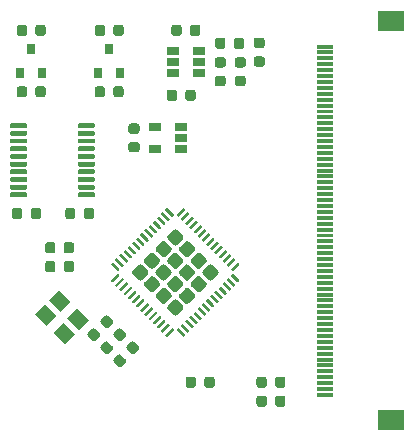
<source format=gbr>
%TF.GenerationSoftware,KiCad,Pcbnew,(5.1.6-0-10_14)*%
%TF.CreationDate,2020-07-19T12:14:56+02:00*%
%TF.ProjectId,driver-board,64726976-6572-42d6-926f-6172642e6b69,rev?*%
%TF.SameCoordinates,Original*%
%TF.FileFunction,Paste,Top*%
%TF.FilePolarity,Positive*%
%FSLAX46Y46*%
G04 Gerber Fmt 4.6, Leading zero omitted, Abs format (unit mm)*
G04 Created by KiCad (PCBNEW (5.1.6-0-10_14)) date 2020-07-19 12:14:56*
%MOMM*%
%LPD*%
G01*
G04 APERTURE LIST*
%ADD10C,0.010000*%
%ADD11R,0.800000X0.900000*%
%ADD12R,1.060000X0.650000*%
%ADD13C,0.100000*%
%ADD14R,2.200000X1.800000*%
G04 APERTURE END LIST*
D10*
%TO.C,U7*%
G36*
X145000000Y-51750000D02*
G01*
X145000000Y-51500000D01*
X146300000Y-51500000D01*
X146300000Y-51750000D01*
X145000000Y-51750000D01*
G37*
X145000000Y-51750000D02*
X145000000Y-51500000D01*
X146300000Y-51500000D01*
X146300000Y-51750000D01*
X145000000Y-51750000D01*
G36*
X145000000Y-52250000D02*
G01*
X145000000Y-52000000D01*
X146300000Y-52000000D01*
X146300000Y-52250000D01*
X145000000Y-52250000D01*
G37*
X145000000Y-52250000D02*
X145000000Y-52000000D01*
X146300000Y-52000000D01*
X146300000Y-52250000D01*
X145000000Y-52250000D01*
G36*
X145000000Y-52750000D02*
G01*
X145000000Y-52500000D01*
X146300000Y-52500000D01*
X146300000Y-52750000D01*
X145000000Y-52750000D01*
G37*
X145000000Y-52750000D02*
X145000000Y-52500000D01*
X146300000Y-52500000D01*
X146300000Y-52750000D01*
X145000000Y-52750000D01*
G36*
X145000000Y-53250000D02*
G01*
X145000000Y-53000000D01*
X146300000Y-53000000D01*
X146300000Y-53250000D01*
X145000000Y-53250000D01*
G37*
X145000000Y-53250000D02*
X145000000Y-53000000D01*
X146300000Y-53000000D01*
X146300000Y-53250000D01*
X145000000Y-53250000D01*
G36*
X145000000Y-53750000D02*
G01*
X145000000Y-53500000D01*
X146300000Y-53500000D01*
X146300000Y-53750000D01*
X145000000Y-53750000D01*
G37*
X145000000Y-53750000D02*
X145000000Y-53500000D01*
X146300000Y-53500000D01*
X146300000Y-53750000D01*
X145000000Y-53750000D01*
G36*
X145000000Y-54250000D02*
G01*
X145000000Y-54000000D01*
X146300000Y-54000000D01*
X146300000Y-54250000D01*
X145000000Y-54250000D01*
G37*
X145000000Y-54250000D02*
X145000000Y-54000000D01*
X146300000Y-54000000D01*
X146300000Y-54250000D01*
X145000000Y-54250000D01*
G36*
X145000000Y-54750000D02*
G01*
X145000000Y-54500000D01*
X146300000Y-54500000D01*
X146300000Y-54750000D01*
X145000000Y-54750000D01*
G37*
X145000000Y-54750000D02*
X145000000Y-54500000D01*
X146300000Y-54500000D01*
X146300000Y-54750000D01*
X145000000Y-54750000D01*
G36*
X145000000Y-55250000D02*
G01*
X145000000Y-55000000D01*
X146300000Y-55000000D01*
X146300000Y-55250000D01*
X145000000Y-55250000D01*
G37*
X145000000Y-55250000D02*
X145000000Y-55000000D01*
X146300000Y-55000000D01*
X146300000Y-55250000D01*
X145000000Y-55250000D01*
G36*
X145000000Y-55750000D02*
G01*
X145000000Y-55500000D01*
X146300000Y-55500000D01*
X146300000Y-55750000D01*
X145000000Y-55750000D01*
G37*
X145000000Y-55750000D02*
X145000000Y-55500000D01*
X146300000Y-55500000D01*
X146300000Y-55750000D01*
X145000000Y-55750000D01*
G36*
X145000000Y-56250000D02*
G01*
X145000000Y-56000000D01*
X146300000Y-56000000D01*
X146300000Y-56250000D01*
X145000000Y-56250000D01*
G37*
X145000000Y-56250000D02*
X145000000Y-56000000D01*
X146300000Y-56000000D01*
X146300000Y-56250000D01*
X145000000Y-56250000D01*
G36*
X145000000Y-56750000D02*
G01*
X145000000Y-56500000D01*
X146300000Y-56500000D01*
X146300000Y-56750000D01*
X145000000Y-56750000D01*
G37*
X145000000Y-56750000D02*
X145000000Y-56500000D01*
X146300000Y-56500000D01*
X146300000Y-56750000D01*
X145000000Y-56750000D01*
G36*
X145000000Y-57250000D02*
G01*
X145000000Y-57000000D01*
X146300000Y-57000000D01*
X146300000Y-57250000D01*
X145000000Y-57250000D01*
G37*
X145000000Y-57250000D02*
X145000000Y-57000000D01*
X146300000Y-57000000D01*
X146300000Y-57250000D01*
X145000000Y-57250000D01*
G36*
X145000000Y-57750000D02*
G01*
X145000000Y-57500000D01*
X146300000Y-57500000D01*
X146300000Y-57750000D01*
X145000000Y-57750000D01*
G37*
X145000000Y-57750000D02*
X145000000Y-57500000D01*
X146300000Y-57500000D01*
X146300000Y-57750000D01*
X145000000Y-57750000D01*
G36*
X145000000Y-58250000D02*
G01*
X145000000Y-58000000D01*
X146300000Y-58000000D01*
X146300000Y-58250000D01*
X145000000Y-58250000D01*
G37*
X145000000Y-58250000D02*
X145000000Y-58000000D01*
X146300000Y-58000000D01*
X146300000Y-58250000D01*
X145000000Y-58250000D01*
G36*
X145000000Y-58750000D02*
G01*
X145000000Y-58500000D01*
X146300000Y-58500000D01*
X146300000Y-58750000D01*
X145000000Y-58750000D01*
G37*
X145000000Y-58750000D02*
X145000000Y-58500000D01*
X146300000Y-58500000D01*
X146300000Y-58750000D01*
X145000000Y-58750000D01*
G36*
X145000000Y-59250000D02*
G01*
X145000000Y-59000000D01*
X146300000Y-59000000D01*
X146300000Y-59250000D01*
X145000000Y-59250000D01*
G37*
X145000000Y-59250000D02*
X145000000Y-59000000D01*
X146300000Y-59000000D01*
X146300000Y-59250000D01*
X145000000Y-59250000D01*
G36*
X145000000Y-59750000D02*
G01*
X145000000Y-59500000D01*
X146300000Y-59500000D01*
X146300000Y-59750000D01*
X145000000Y-59750000D01*
G37*
X145000000Y-59750000D02*
X145000000Y-59500000D01*
X146300000Y-59500000D01*
X146300000Y-59750000D01*
X145000000Y-59750000D01*
G36*
X145000000Y-60250000D02*
G01*
X145000000Y-60000000D01*
X146300000Y-60000000D01*
X146300000Y-60250000D01*
X145000000Y-60250000D01*
G37*
X145000000Y-60250000D02*
X145000000Y-60000000D01*
X146300000Y-60000000D01*
X146300000Y-60250000D01*
X145000000Y-60250000D01*
G36*
X145000000Y-60750000D02*
G01*
X145000000Y-60500000D01*
X146300000Y-60500000D01*
X146300000Y-60750000D01*
X145000000Y-60750000D01*
G37*
X145000000Y-60750000D02*
X145000000Y-60500000D01*
X146300000Y-60500000D01*
X146300000Y-60750000D01*
X145000000Y-60750000D01*
G36*
X145000000Y-61250000D02*
G01*
X145000000Y-61000000D01*
X146300000Y-61000000D01*
X146300000Y-61250000D01*
X145000000Y-61250000D01*
G37*
X145000000Y-61250000D02*
X145000000Y-61000000D01*
X146300000Y-61000000D01*
X146300000Y-61250000D01*
X145000000Y-61250000D01*
G36*
X145000000Y-61750000D02*
G01*
X145000000Y-61500000D01*
X146300000Y-61500000D01*
X146300000Y-61750000D01*
X145000000Y-61750000D01*
G37*
X145000000Y-61750000D02*
X145000000Y-61500000D01*
X146300000Y-61500000D01*
X146300000Y-61750000D01*
X145000000Y-61750000D01*
G36*
X145000000Y-62250000D02*
G01*
X145000000Y-62000000D01*
X146300000Y-62000000D01*
X146300000Y-62250000D01*
X145000000Y-62250000D01*
G37*
X145000000Y-62250000D02*
X145000000Y-62000000D01*
X146300000Y-62000000D01*
X146300000Y-62250000D01*
X145000000Y-62250000D01*
G36*
X145000000Y-62750000D02*
G01*
X145000000Y-62500000D01*
X146300000Y-62500000D01*
X146300000Y-62750000D01*
X145000000Y-62750000D01*
G37*
X145000000Y-62750000D02*
X145000000Y-62500000D01*
X146300000Y-62500000D01*
X146300000Y-62750000D01*
X145000000Y-62750000D01*
G36*
X145000000Y-63250000D02*
G01*
X145000000Y-63000000D01*
X146300000Y-63000000D01*
X146300000Y-63250000D01*
X145000000Y-63250000D01*
G37*
X145000000Y-63250000D02*
X145000000Y-63000000D01*
X146300000Y-63000000D01*
X146300000Y-63250000D01*
X145000000Y-63250000D01*
G36*
X145000000Y-63750000D02*
G01*
X145000000Y-63500000D01*
X146300000Y-63500000D01*
X146300000Y-63750000D01*
X145000000Y-63750000D01*
G37*
X145000000Y-63750000D02*
X145000000Y-63500000D01*
X146300000Y-63500000D01*
X146300000Y-63750000D01*
X145000000Y-63750000D01*
G36*
X145000000Y-64250000D02*
G01*
X145000000Y-64000000D01*
X146300000Y-64000000D01*
X146300000Y-64250000D01*
X145000000Y-64250000D01*
G37*
X145000000Y-64250000D02*
X145000000Y-64000000D01*
X146300000Y-64000000D01*
X146300000Y-64250000D01*
X145000000Y-64250000D01*
G36*
X145000000Y-64750000D02*
G01*
X145000000Y-64500000D01*
X146300000Y-64500000D01*
X146300000Y-64750000D01*
X145000000Y-64750000D01*
G37*
X145000000Y-64750000D02*
X145000000Y-64500000D01*
X146300000Y-64500000D01*
X146300000Y-64750000D01*
X145000000Y-64750000D01*
G36*
X145000000Y-65250000D02*
G01*
X145000000Y-65000000D01*
X146300000Y-65000000D01*
X146300000Y-65250000D01*
X145000000Y-65250000D01*
G37*
X145000000Y-65250000D02*
X145000000Y-65000000D01*
X146300000Y-65000000D01*
X146300000Y-65250000D01*
X145000000Y-65250000D01*
G36*
X145000000Y-65750000D02*
G01*
X145000000Y-65500000D01*
X146300000Y-65500000D01*
X146300000Y-65750000D01*
X145000000Y-65750000D01*
G37*
X145000000Y-65750000D02*
X145000000Y-65500000D01*
X146300000Y-65500000D01*
X146300000Y-65750000D01*
X145000000Y-65750000D01*
G36*
X145000000Y-66250000D02*
G01*
X145000000Y-66000000D01*
X146300000Y-66000000D01*
X146300000Y-66250000D01*
X145000000Y-66250000D01*
G37*
X145000000Y-66250000D02*
X145000000Y-66000000D01*
X146300000Y-66000000D01*
X146300000Y-66250000D01*
X145000000Y-66250000D01*
G36*
X145000000Y-66750000D02*
G01*
X145000000Y-66500000D01*
X146300000Y-66500000D01*
X146300000Y-66750000D01*
X145000000Y-66750000D01*
G37*
X145000000Y-66750000D02*
X145000000Y-66500000D01*
X146300000Y-66500000D01*
X146300000Y-66750000D01*
X145000000Y-66750000D01*
G36*
X145000000Y-67250000D02*
G01*
X145000000Y-67000000D01*
X146300000Y-67000000D01*
X146300000Y-67250000D01*
X145000000Y-67250000D01*
G37*
X145000000Y-67250000D02*
X145000000Y-67000000D01*
X146300000Y-67000000D01*
X146300000Y-67250000D01*
X145000000Y-67250000D01*
G36*
X145000000Y-67750000D02*
G01*
X145000000Y-67500000D01*
X146300000Y-67500000D01*
X146300000Y-67750000D01*
X145000000Y-67750000D01*
G37*
X145000000Y-67750000D02*
X145000000Y-67500000D01*
X146300000Y-67500000D01*
X146300000Y-67750000D01*
X145000000Y-67750000D01*
G36*
X145000000Y-68250000D02*
G01*
X145000000Y-68000000D01*
X146300000Y-68000000D01*
X146300000Y-68250000D01*
X145000000Y-68250000D01*
G37*
X145000000Y-68250000D02*
X145000000Y-68000000D01*
X146300000Y-68000000D01*
X146300000Y-68250000D01*
X145000000Y-68250000D01*
G36*
X145000000Y-68750000D02*
G01*
X145000000Y-68500000D01*
X146300000Y-68500000D01*
X146300000Y-68750000D01*
X145000000Y-68750000D01*
G37*
X145000000Y-68750000D02*
X145000000Y-68500000D01*
X146300000Y-68500000D01*
X146300000Y-68750000D01*
X145000000Y-68750000D01*
G36*
X145000000Y-69250000D02*
G01*
X145000000Y-69000000D01*
X146300000Y-69000000D01*
X146300000Y-69250000D01*
X145000000Y-69250000D01*
G37*
X145000000Y-69250000D02*
X145000000Y-69000000D01*
X146300000Y-69000000D01*
X146300000Y-69250000D01*
X145000000Y-69250000D01*
G36*
X145000000Y-69750000D02*
G01*
X145000000Y-69500000D01*
X146300000Y-69500000D01*
X146300000Y-69750000D01*
X145000000Y-69750000D01*
G37*
X145000000Y-69750000D02*
X145000000Y-69500000D01*
X146300000Y-69500000D01*
X146300000Y-69750000D01*
X145000000Y-69750000D01*
G36*
X145000000Y-70250000D02*
G01*
X145000000Y-70000000D01*
X146300000Y-70000000D01*
X146300000Y-70250000D01*
X145000000Y-70250000D01*
G37*
X145000000Y-70250000D02*
X145000000Y-70000000D01*
X146300000Y-70000000D01*
X146300000Y-70250000D01*
X145000000Y-70250000D01*
G36*
X145000000Y-70750000D02*
G01*
X145000000Y-70500000D01*
X146300000Y-70500000D01*
X146300000Y-70750000D01*
X145000000Y-70750000D01*
G37*
X145000000Y-70750000D02*
X145000000Y-70500000D01*
X146300000Y-70500000D01*
X146300000Y-70750000D01*
X145000000Y-70750000D01*
G36*
X145000000Y-71250000D02*
G01*
X145000000Y-71000000D01*
X146300000Y-71000000D01*
X146300000Y-71250000D01*
X145000000Y-71250000D01*
G37*
X145000000Y-71250000D02*
X145000000Y-71000000D01*
X146300000Y-71000000D01*
X146300000Y-71250000D01*
X145000000Y-71250000D01*
G36*
X145000000Y-71750000D02*
G01*
X145000000Y-71500000D01*
X146300000Y-71500000D01*
X146300000Y-71750000D01*
X145000000Y-71750000D01*
G37*
X145000000Y-71750000D02*
X145000000Y-71500000D01*
X146300000Y-71500000D01*
X146300000Y-71750000D01*
X145000000Y-71750000D01*
G36*
X145000000Y-72250000D02*
G01*
X145000000Y-72000000D01*
X146300000Y-72000000D01*
X146300000Y-72250000D01*
X145000000Y-72250000D01*
G37*
X145000000Y-72250000D02*
X145000000Y-72000000D01*
X146300000Y-72000000D01*
X146300000Y-72250000D01*
X145000000Y-72250000D01*
G36*
X145000000Y-72750000D02*
G01*
X145000000Y-72500000D01*
X146300000Y-72500000D01*
X146300000Y-72750000D01*
X145000000Y-72750000D01*
G37*
X145000000Y-72750000D02*
X145000000Y-72500000D01*
X146300000Y-72500000D01*
X146300000Y-72750000D01*
X145000000Y-72750000D01*
G36*
X145000000Y-73250000D02*
G01*
X145000000Y-73000000D01*
X146300000Y-73000000D01*
X146300000Y-73250000D01*
X145000000Y-73250000D01*
G37*
X145000000Y-73250000D02*
X145000000Y-73000000D01*
X146300000Y-73000000D01*
X146300000Y-73250000D01*
X145000000Y-73250000D01*
G36*
X145000000Y-73750000D02*
G01*
X145000000Y-73500000D01*
X146300000Y-73500000D01*
X146300000Y-73750000D01*
X145000000Y-73750000D01*
G37*
X145000000Y-73750000D02*
X145000000Y-73500000D01*
X146300000Y-73500000D01*
X146300000Y-73750000D01*
X145000000Y-73750000D01*
G36*
X145000000Y-74250000D02*
G01*
X145000000Y-74000000D01*
X146300000Y-74000000D01*
X146300000Y-74250000D01*
X145000000Y-74250000D01*
G37*
X145000000Y-74250000D02*
X145000000Y-74000000D01*
X146300000Y-74000000D01*
X146300000Y-74250000D01*
X145000000Y-74250000D01*
G36*
X145000000Y-74750000D02*
G01*
X145000000Y-74500000D01*
X146300000Y-74500000D01*
X146300000Y-74750000D01*
X145000000Y-74750000D01*
G37*
X145000000Y-74750000D02*
X145000000Y-74500000D01*
X146300000Y-74500000D01*
X146300000Y-74750000D01*
X145000000Y-74750000D01*
G36*
X145000000Y-75250000D02*
G01*
X145000000Y-75000000D01*
X146300000Y-75000000D01*
X146300000Y-75250000D01*
X145000000Y-75250000D01*
G37*
X145000000Y-75250000D02*
X145000000Y-75000000D01*
X146300000Y-75000000D01*
X146300000Y-75250000D01*
X145000000Y-75250000D01*
G36*
X145000000Y-75750000D02*
G01*
X145000000Y-75500000D01*
X146300000Y-75500000D01*
X146300000Y-75750000D01*
X145000000Y-75750000D01*
G37*
X145000000Y-75750000D02*
X145000000Y-75500000D01*
X146300000Y-75500000D01*
X146300000Y-75750000D01*
X145000000Y-75750000D01*
G36*
X145000000Y-76250000D02*
G01*
X145000000Y-76000000D01*
X146300000Y-76000000D01*
X146300000Y-76250000D01*
X145000000Y-76250000D01*
G37*
X145000000Y-76250000D02*
X145000000Y-76000000D01*
X146300000Y-76000000D01*
X146300000Y-76250000D01*
X145000000Y-76250000D01*
G36*
X145000000Y-76750000D02*
G01*
X145000000Y-76500000D01*
X146300000Y-76500000D01*
X146300000Y-76750000D01*
X145000000Y-76750000D01*
G37*
X145000000Y-76750000D02*
X145000000Y-76500000D01*
X146300000Y-76500000D01*
X146300000Y-76750000D01*
X145000000Y-76750000D01*
G36*
X145000000Y-77250000D02*
G01*
X145000000Y-77000000D01*
X146300000Y-77000000D01*
X146300000Y-77250000D01*
X145000000Y-77250000D01*
G37*
X145000000Y-77250000D02*
X145000000Y-77000000D01*
X146300000Y-77000000D01*
X146300000Y-77250000D01*
X145000000Y-77250000D01*
G36*
X145000000Y-77750000D02*
G01*
X145000000Y-77500000D01*
X146300000Y-77500000D01*
X146300000Y-77750000D01*
X145000000Y-77750000D01*
G37*
X145000000Y-77750000D02*
X145000000Y-77500000D01*
X146300000Y-77500000D01*
X146300000Y-77750000D01*
X145000000Y-77750000D01*
G36*
X145000000Y-78250000D02*
G01*
X145000000Y-78000000D01*
X146300000Y-78000000D01*
X146300000Y-78250000D01*
X145000000Y-78250000D01*
G37*
X145000000Y-78250000D02*
X145000000Y-78000000D01*
X146300000Y-78000000D01*
X146300000Y-78250000D01*
X145000000Y-78250000D01*
G36*
X145000000Y-78750000D02*
G01*
X145000000Y-78500000D01*
X146300000Y-78500000D01*
X146300000Y-78750000D01*
X145000000Y-78750000D01*
G37*
X145000000Y-78750000D02*
X145000000Y-78500000D01*
X146300000Y-78500000D01*
X146300000Y-78750000D01*
X145000000Y-78750000D01*
G36*
X145000000Y-79250000D02*
G01*
X145000000Y-79000000D01*
X146300000Y-79000000D01*
X146300000Y-79250000D01*
X145000000Y-79250000D01*
G37*
X145000000Y-79250000D02*
X145000000Y-79000000D01*
X146300000Y-79000000D01*
X146300000Y-79250000D01*
X145000000Y-79250000D01*
G36*
X145000000Y-79750000D02*
G01*
X145000000Y-79500000D01*
X146300000Y-79500000D01*
X146300000Y-79750000D01*
X145000000Y-79750000D01*
G37*
X145000000Y-79750000D02*
X145000000Y-79500000D01*
X146300000Y-79500000D01*
X146300000Y-79750000D01*
X145000000Y-79750000D01*
G36*
X145000000Y-80250000D02*
G01*
X145000000Y-80000000D01*
X146300000Y-80000000D01*
X146300000Y-80250000D01*
X145000000Y-80250000D01*
G37*
X145000000Y-80250000D02*
X145000000Y-80000000D01*
X146300000Y-80000000D01*
X146300000Y-80250000D01*
X145000000Y-80250000D01*
G36*
X145000000Y-80750000D02*
G01*
X145000000Y-80500000D01*
X146300000Y-80500000D01*
X146300000Y-80750000D01*
X145000000Y-80750000D01*
G37*
X145000000Y-80750000D02*
X145000000Y-80500000D01*
X146300000Y-80500000D01*
X146300000Y-80750000D01*
X145000000Y-80750000D01*
G36*
X145000000Y-81250000D02*
G01*
X145000000Y-81000000D01*
X146300000Y-81000000D01*
X146300000Y-81250000D01*
X145000000Y-81250000D01*
G37*
X145000000Y-81250000D02*
X145000000Y-81000000D01*
X146300000Y-81000000D01*
X146300000Y-81250000D01*
X145000000Y-81250000D01*
%TD*%
%TO.C,C1*%
G36*
G01*
X123675000Y-66056250D02*
X123675000Y-65543750D01*
G75*
G02*
X123893750Y-65325000I218750J0D01*
G01*
X124331250Y-65325000D01*
G75*
G02*
X124550000Y-65543750I0J-218750D01*
G01*
X124550000Y-66056250D01*
G75*
G02*
X124331250Y-66275000I-218750J0D01*
G01*
X123893750Y-66275000D01*
G75*
G02*
X123675000Y-66056250I0J218750D01*
G01*
G37*
G36*
G01*
X125250000Y-66056250D02*
X125250000Y-65543750D01*
G75*
G02*
X125468750Y-65325000I218750J0D01*
G01*
X125906250Y-65325000D01*
G75*
G02*
X126125000Y-65543750I0J-218750D01*
G01*
X126125000Y-66056250D01*
G75*
G02*
X125906250Y-66275000I-218750J0D01*
G01*
X125468750Y-66275000D01*
G75*
G02*
X125250000Y-66056250I0J218750D01*
G01*
G37*
%TD*%
%TO.C,C2*%
G36*
G01*
X121625000Y-65543750D02*
X121625000Y-66056250D01*
G75*
G02*
X121406250Y-66275000I-218750J0D01*
G01*
X120968750Y-66275000D01*
G75*
G02*
X120750000Y-66056250I0J218750D01*
G01*
X120750000Y-65543750D01*
G75*
G02*
X120968750Y-65325000I218750J0D01*
G01*
X121406250Y-65325000D01*
G75*
G02*
X121625000Y-65543750I0J-218750D01*
G01*
G37*
G36*
G01*
X120050000Y-65543750D02*
X120050000Y-66056250D01*
G75*
G02*
X119831250Y-66275000I-218750J0D01*
G01*
X119393750Y-66275000D01*
G75*
G02*
X119175000Y-66056250I0J218750D01*
G01*
X119175000Y-65543750D01*
G75*
G02*
X119393750Y-65325000I218750J0D01*
G01*
X119831250Y-65325000D01*
G75*
G02*
X120050000Y-65543750I0J-218750D01*
G01*
G37*
%TD*%
%TO.C,C3*%
G36*
G01*
X120450000Y-50043750D02*
X120450000Y-50556250D01*
G75*
G02*
X120231250Y-50775000I-218750J0D01*
G01*
X119793750Y-50775000D01*
G75*
G02*
X119575000Y-50556250I0J218750D01*
G01*
X119575000Y-50043750D01*
G75*
G02*
X119793750Y-49825000I218750J0D01*
G01*
X120231250Y-49825000D01*
G75*
G02*
X120450000Y-50043750I0J-218750D01*
G01*
G37*
G36*
G01*
X122025000Y-50043750D02*
X122025000Y-50556250D01*
G75*
G02*
X121806250Y-50775000I-218750J0D01*
G01*
X121368750Y-50775000D01*
G75*
G02*
X121150000Y-50556250I0J218750D01*
G01*
X121150000Y-50043750D01*
G75*
G02*
X121368750Y-49825000I218750J0D01*
G01*
X121806250Y-49825000D01*
G75*
G02*
X122025000Y-50043750I0J-218750D01*
G01*
G37*
%TD*%
%TO.C,C4*%
G36*
G01*
X122025000Y-55243750D02*
X122025000Y-55756250D01*
G75*
G02*
X121806250Y-55975000I-218750J0D01*
G01*
X121368750Y-55975000D01*
G75*
G02*
X121150000Y-55756250I0J218750D01*
G01*
X121150000Y-55243750D01*
G75*
G02*
X121368750Y-55025000I218750J0D01*
G01*
X121806250Y-55025000D01*
G75*
G02*
X122025000Y-55243750I0J-218750D01*
G01*
G37*
G36*
G01*
X120450000Y-55243750D02*
X120450000Y-55756250D01*
G75*
G02*
X120231250Y-55975000I-218750J0D01*
G01*
X119793750Y-55975000D01*
G75*
G02*
X119575000Y-55756250I0J218750D01*
G01*
X119575000Y-55243750D01*
G75*
G02*
X119793750Y-55025000I218750J0D01*
G01*
X120231250Y-55025000D01*
G75*
G02*
X120450000Y-55243750I0J-218750D01*
G01*
G37*
%TD*%
%TO.C,C5*%
G36*
G01*
X127050000Y-50043750D02*
X127050000Y-50556250D01*
G75*
G02*
X126831250Y-50775000I-218750J0D01*
G01*
X126393750Y-50775000D01*
G75*
G02*
X126175000Y-50556250I0J218750D01*
G01*
X126175000Y-50043750D01*
G75*
G02*
X126393750Y-49825000I218750J0D01*
G01*
X126831250Y-49825000D01*
G75*
G02*
X127050000Y-50043750I0J-218750D01*
G01*
G37*
G36*
G01*
X128625000Y-50043750D02*
X128625000Y-50556250D01*
G75*
G02*
X128406250Y-50775000I-218750J0D01*
G01*
X127968750Y-50775000D01*
G75*
G02*
X127750000Y-50556250I0J218750D01*
G01*
X127750000Y-50043750D01*
G75*
G02*
X127968750Y-49825000I218750J0D01*
G01*
X128406250Y-49825000D01*
G75*
G02*
X128625000Y-50043750I0J-218750D01*
G01*
G37*
%TD*%
%TO.C,C6*%
G36*
G01*
X128625000Y-55243750D02*
X128625000Y-55756250D01*
G75*
G02*
X128406250Y-55975000I-218750J0D01*
G01*
X127968750Y-55975000D01*
G75*
G02*
X127750000Y-55756250I0J218750D01*
G01*
X127750000Y-55243750D01*
G75*
G02*
X127968750Y-55025000I218750J0D01*
G01*
X128406250Y-55025000D01*
G75*
G02*
X128625000Y-55243750I0J-218750D01*
G01*
G37*
G36*
G01*
X127050000Y-55243750D02*
X127050000Y-55756250D01*
G75*
G02*
X126831250Y-55975000I-218750J0D01*
G01*
X126393750Y-55975000D01*
G75*
G02*
X126175000Y-55756250I0J218750D01*
G01*
X126175000Y-55243750D01*
G75*
G02*
X126393750Y-55025000I218750J0D01*
G01*
X126831250Y-55025000D01*
G75*
G02*
X127050000Y-55243750I0J-218750D01*
G01*
G37*
%TD*%
%TO.C,C7*%
G36*
G01*
X137950000Y-51656250D02*
X137950000Y-51143750D01*
G75*
G02*
X138168750Y-50925000I218750J0D01*
G01*
X138606250Y-50925000D01*
G75*
G02*
X138825000Y-51143750I0J-218750D01*
G01*
X138825000Y-51656250D01*
G75*
G02*
X138606250Y-51875000I-218750J0D01*
G01*
X138168750Y-51875000D01*
G75*
G02*
X137950000Y-51656250I0J218750D01*
G01*
G37*
G36*
G01*
X136375000Y-51656250D02*
X136375000Y-51143750D01*
G75*
G02*
X136593750Y-50925000I218750J0D01*
G01*
X137031250Y-50925000D01*
G75*
G02*
X137250000Y-51143750I0J-218750D01*
G01*
X137250000Y-51656250D01*
G75*
G02*
X137031250Y-51875000I-218750J0D01*
G01*
X136593750Y-51875000D01*
G75*
G02*
X136375000Y-51656250I0J218750D01*
G01*
G37*
%TD*%
%TO.C,C8*%
G36*
G01*
X138243750Y-54150000D02*
X138756250Y-54150000D01*
G75*
G02*
X138975000Y-54368750I0J-218750D01*
G01*
X138975000Y-54806250D01*
G75*
G02*
X138756250Y-55025000I-218750J0D01*
G01*
X138243750Y-55025000D01*
G75*
G02*
X138025000Y-54806250I0J218750D01*
G01*
X138025000Y-54368750D01*
G75*
G02*
X138243750Y-54150000I218750J0D01*
G01*
G37*
G36*
G01*
X138243750Y-52575000D02*
X138756250Y-52575000D01*
G75*
G02*
X138975000Y-52793750I0J-218750D01*
G01*
X138975000Y-53231250D01*
G75*
G02*
X138756250Y-53450000I-218750J0D01*
G01*
X138243750Y-53450000D01*
G75*
G02*
X138025000Y-53231250I0J218750D01*
G01*
X138025000Y-52793750D01*
G75*
G02*
X138243750Y-52575000I218750J0D01*
G01*
G37*
%TD*%
%TO.C,C9*%
G36*
G01*
X129756250Y-60625000D02*
X129243750Y-60625000D01*
G75*
G02*
X129025000Y-60406250I0J218750D01*
G01*
X129025000Y-59968750D01*
G75*
G02*
X129243750Y-59750000I218750J0D01*
G01*
X129756250Y-59750000D01*
G75*
G02*
X129975000Y-59968750I0J-218750D01*
G01*
X129975000Y-60406250D01*
G75*
G02*
X129756250Y-60625000I-218750J0D01*
G01*
G37*
G36*
G01*
X129756250Y-59050000D02*
X129243750Y-59050000D01*
G75*
G02*
X129025000Y-58831250I0J218750D01*
G01*
X129025000Y-58393750D01*
G75*
G02*
X129243750Y-58175000I218750J0D01*
G01*
X129756250Y-58175000D01*
G75*
G02*
X129975000Y-58393750I0J-218750D01*
G01*
X129975000Y-58831250D01*
G75*
G02*
X129756250Y-59050000I-218750J0D01*
G01*
G37*
%TD*%
%TO.C,C10*%
G36*
G01*
X122850000Y-70043750D02*
X122850000Y-70556250D01*
G75*
G02*
X122631250Y-70775000I-218750J0D01*
G01*
X122193750Y-70775000D01*
G75*
G02*
X121975000Y-70556250I0J218750D01*
G01*
X121975000Y-70043750D01*
G75*
G02*
X122193750Y-69825000I218750J0D01*
G01*
X122631250Y-69825000D01*
G75*
G02*
X122850000Y-70043750I0J-218750D01*
G01*
G37*
G36*
G01*
X124425000Y-70043750D02*
X124425000Y-70556250D01*
G75*
G02*
X124206250Y-70775000I-218750J0D01*
G01*
X123768750Y-70775000D01*
G75*
G02*
X123550000Y-70556250I0J218750D01*
G01*
X123550000Y-70043750D01*
G75*
G02*
X123768750Y-69825000I218750J0D01*
G01*
X124206250Y-69825000D01*
G75*
G02*
X124425000Y-70043750I0J-218750D01*
G01*
G37*
%TD*%
%TO.C,C11*%
G36*
G01*
X127335010Y-74477598D02*
X127697403Y-74839990D01*
G75*
G02*
X127697403Y-75149350I-154680J-154680D01*
G01*
X127388044Y-75458709D01*
G75*
G02*
X127078684Y-75458709I-154680J154680D01*
G01*
X126716291Y-75096316D01*
G75*
G02*
X126716291Y-74786956I154680J154680D01*
G01*
X127025650Y-74477597D01*
G75*
G02*
X127335010Y-74477597I154680J-154680D01*
G01*
G37*
G36*
G01*
X126221316Y-75591292D02*
X126583709Y-75953684D01*
G75*
G02*
X126583709Y-76263044I-154680J-154680D01*
G01*
X126274350Y-76572403D01*
G75*
G02*
X125964990Y-76572403I-154680J154680D01*
G01*
X125602597Y-76210010D01*
G75*
G02*
X125602597Y-75900650I154680J154680D01*
G01*
X125911956Y-75591291D01*
G75*
G02*
X126221316Y-75591291I154680J-154680D01*
G01*
G37*
%TD*%
%TO.C,C12*%
G36*
G01*
X128435010Y-75577598D02*
X128797403Y-75939990D01*
G75*
G02*
X128797403Y-76249350I-154680J-154680D01*
G01*
X128488044Y-76558709D01*
G75*
G02*
X128178684Y-76558709I-154680J154680D01*
G01*
X127816291Y-76196316D01*
G75*
G02*
X127816291Y-75886956I154680J154680D01*
G01*
X128125650Y-75577597D01*
G75*
G02*
X128435010Y-75577597I154680J-154680D01*
G01*
G37*
G36*
G01*
X127321316Y-76691292D02*
X127683709Y-77053684D01*
G75*
G02*
X127683709Y-77363044I-154680J-154680D01*
G01*
X127374350Y-77672403D01*
G75*
G02*
X127064990Y-77672403I-154680J154680D01*
G01*
X126702597Y-77310010D01*
G75*
G02*
X126702597Y-77000650I154680J154680D01*
G01*
X127011956Y-76691291D01*
G75*
G02*
X127321316Y-76691291I154680J-154680D01*
G01*
G37*
%TD*%
%TO.C,C13*%
G36*
G01*
X128421316Y-77791292D02*
X128783709Y-78153684D01*
G75*
G02*
X128783709Y-78463044I-154680J-154680D01*
G01*
X128474350Y-78772403D01*
G75*
G02*
X128164990Y-78772403I-154680J154680D01*
G01*
X127802597Y-78410010D01*
G75*
G02*
X127802597Y-78100650I154680J154680D01*
G01*
X128111956Y-77791291D01*
G75*
G02*
X128421316Y-77791291I154680J-154680D01*
G01*
G37*
G36*
G01*
X129535010Y-76677598D02*
X129897403Y-77039990D01*
G75*
G02*
X129897403Y-77349350I-154680J-154680D01*
G01*
X129588044Y-77658709D01*
G75*
G02*
X129278684Y-77658709I-154680J154680D01*
G01*
X128916291Y-77296316D01*
G75*
G02*
X128916291Y-76986956I154680J154680D01*
G01*
X129225650Y-76677597D01*
G75*
G02*
X129535010Y-76677597I154680J-154680D01*
G01*
G37*
%TD*%
%TO.C,C15*%
G36*
G01*
X142325000Y-79843750D02*
X142325000Y-80356250D01*
G75*
G02*
X142106250Y-80575000I-218750J0D01*
G01*
X141668750Y-80575000D01*
G75*
G02*
X141450000Y-80356250I0J218750D01*
G01*
X141450000Y-79843750D01*
G75*
G02*
X141668750Y-79625000I218750J0D01*
G01*
X142106250Y-79625000D01*
G75*
G02*
X142325000Y-79843750I0J-218750D01*
G01*
G37*
G36*
G01*
X140750000Y-79843750D02*
X140750000Y-80356250D01*
G75*
G02*
X140531250Y-80575000I-218750J0D01*
G01*
X140093750Y-80575000D01*
G75*
G02*
X139875000Y-80356250I0J218750D01*
G01*
X139875000Y-79843750D01*
G75*
G02*
X140093750Y-79625000I218750J0D01*
G01*
X140531250Y-79625000D01*
G75*
G02*
X140750000Y-79843750I0J-218750D01*
G01*
G37*
%TD*%
%TO.C,C16*%
G36*
G01*
X140750000Y-81443750D02*
X140750000Y-81956250D01*
G75*
G02*
X140531250Y-82175000I-218750J0D01*
G01*
X140093750Y-82175000D01*
G75*
G02*
X139875000Y-81956250I0J218750D01*
G01*
X139875000Y-81443750D01*
G75*
G02*
X140093750Y-81225000I218750J0D01*
G01*
X140531250Y-81225000D01*
G75*
G02*
X140750000Y-81443750I0J-218750D01*
G01*
G37*
G36*
G01*
X142325000Y-81443750D02*
X142325000Y-81956250D01*
G75*
G02*
X142106250Y-82175000I-218750J0D01*
G01*
X141668750Y-82175000D01*
G75*
G02*
X141450000Y-81956250I0J218750D01*
G01*
X141450000Y-81443750D01*
G75*
G02*
X141668750Y-81225000I218750J0D01*
G01*
X142106250Y-81225000D01*
G75*
G02*
X142325000Y-81443750I0J-218750D01*
G01*
G37*
%TD*%
%TO.C,L1*%
G36*
G01*
X135125000Y-50043750D02*
X135125000Y-50556250D01*
G75*
G02*
X134906250Y-50775000I-218750J0D01*
G01*
X134468750Y-50775000D01*
G75*
G02*
X134250000Y-50556250I0J218750D01*
G01*
X134250000Y-50043750D01*
G75*
G02*
X134468750Y-49825000I218750J0D01*
G01*
X134906250Y-49825000D01*
G75*
G02*
X135125000Y-50043750I0J-218750D01*
G01*
G37*
G36*
G01*
X133550000Y-50043750D02*
X133550000Y-50556250D01*
G75*
G02*
X133331250Y-50775000I-218750J0D01*
G01*
X132893750Y-50775000D01*
G75*
G02*
X132675000Y-50556250I0J218750D01*
G01*
X132675000Y-50043750D01*
G75*
G02*
X132893750Y-49825000I218750J0D01*
G01*
X133331250Y-49825000D01*
G75*
G02*
X133550000Y-50043750I0J-218750D01*
G01*
G37*
%TD*%
%TO.C,R1*%
G36*
G01*
X136543750Y-54150000D02*
X137056250Y-54150000D01*
G75*
G02*
X137275000Y-54368750I0J-218750D01*
G01*
X137275000Y-54806250D01*
G75*
G02*
X137056250Y-55025000I-218750J0D01*
G01*
X136543750Y-55025000D01*
G75*
G02*
X136325000Y-54806250I0J218750D01*
G01*
X136325000Y-54368750D01*
G75*
G02*
X136543750Y-54150000I218750J0D01*
G01*
G37*
G36*
G01*
X136543750Y-52575000D02*
X137056250Y-52575000D01*
G75*
G02*
X137275000Y-52793750I0J-218750D01*
G01*
X137275000Y-53231250D01*
G75*
G02*
X137056250Y-53450000I-218750J0D01*
G01*
X136543750Y-53450000D01*
G75*
G02*
X136325000Y-53231250I0J218750D01*
G01*
X136325000Y-52793750D01*
G75*
G02*
X136543750Y-52575000I218750J0D01*
G01*
G37*
%TD*%
%TO.C,R2*%
G36*
G01*
X134725000Y-55543750D02*
X134725000Y-56056250D01*
G75*
G02*
X134506250Y-56275000I-218750J0D01*
G01*
X134068750Y-56275000D01*
G75*
G02*
X133850000Y-56056250I0J218750D01*
G01*
X133850000Y-55543750D01*
G75*
G02*
X134068750Y-55325000I218750J0D01*
G01*
X134506250Y-55325000D01*
G75*
G02*
X134725000Y-55543750I0J-218750D01*
G01*
G37*
G36*
G01*
X133150000Y-55543750D02*
X133150000Y-56056250D01*
G75*
G02*
X132931250Y-56275000I-218750J0D01*
G01*
X132493750Y-56275000D01*
G75*
G02*
X132275000Y-56056250I0J218750D01*
G01*
X132275000Y-55543750D01*
G75*
G02*
X132493750Y-55325000I218750J0D01*
G01*
X132931250Y-55325000D01*
G75*
G02*
X133150000Y-55543750I0J-218750D01*
G01*
G37*
%TD*%
%TO.C,R3*%
G36*
G01*
X124425000Y-68443750D02*
X124425000Y-68956250D01*
G75*
G02*
X124206250Y-69175000I-218750J0D01*
G01*
X123768750Y-69175000D01*
G75*
G02*
X123550000Y-68956250I0J218750D01*
G01*
X123550000Y-68443750D01*
G75*
G02*
X123768750Y-68225000I218750J0D01*
G01*
X124206250Y-68225000D01*
G75*
G02*
X124425000Y-68443750I0J-218750D01*
G01*
G37*
G36*
G01*
X122850000Y-68443750D02*
X122850000Y-68956250D01*
G75*
G02*
X122631250Y-69175000I-218750J0D01*
G01*
X122193750Y-69175000D01*
G75*
G02*
X121975000Y-68956250I0J218750D01*
G01*
X121975000Y-68443750D01*
G75*
G02*
X122193750Y-68225000I218750J0D01*
G01*
X122631250Y-68225000D01*
G75*
G02*
X122850000Y-68443750I0J-218750D01*
G01*
G37*
%TD*%
%TO.C,R4*%
G36*
G01*
X139843750Y-52500000D02*
X140356250Y-52500000D01*
G75*
G02*
X140575000Y-52718750I0J-218750D01*
G01*
X140575000Y-53156250D01*
G75*
G02*
X140356250Y-53375000I-218750J0D01*
G01*
X139843750Y-53375000D01*
G75*
G02*
X139625000Y-53156250I0J218750D01*
G01*
X139625000Y-52718750D01*
G75*
G02*
X139843750Y-52500000I218750J0D01*
G01*
G37*
G36*
G01*
X139843750Y-50925000D02*
X140356250Y-50925000D01*
G75*
G02*
X140575000Y-51143750I0J-218750D01*
G01*
X140575000Y-51581250D01*
G75*
G02*
X140356250Y-51800000I-218750J0D01*
G01*
X139843750Y-51800000D01*
G75*
G02*
X139625000Y-51581250I0J218750D01*
G01*
X139625000Y-51143750D01*
G75*
G02*
X139843750Y-50925000I218750J0D01*
G01*
G37*
%TD*%
%TO.C,R5*%
G36*
G01*
X136325000Y-79843750D02*
X136325000Y-80356250D01*
G75*
G02*
X136106250Y-80575000I-218750J0D01*
G01*
X135668750Y-80575000D01*
G75*
G02*
X135450000Y-80356250I0J218750D01*
G01*
X135450000Y-79843750D01*
G75*
G02*
X135668750Y-79625000I218750J0D01*
G01*
X136106250Y-79625000D01*
G75*
G02*
X136325000Y-79843750I0J-218750D01*
G01*
G37*
G36*
G01*
X134750000Y-79843750D02*
X134750000Y-80356250D01*
G75*
G02*
X134531250Y-80575000I-218750J0D01*
G01*
X134093750Y-80575000D01*
G75*
G02*
X133875000Y-80356250I0J218750D01*
G01*
X133875000Y-79843750D01*
G75*
G02*
X134093750Y-79625000I218750J0D01*
G01*
X134531250Y-79625000D01*
G75*
G02*
X134750000Y-79843750I0J-218750D01*
G01*
G37*
%TD*%
%TO.C,U1*%
G36*
G01*
X126200000Y-64125000D02*
X126200000Y-64325000D01*
G75*
G02*
X126100000Y-64425000I-100000J0D01*
G01*
X124825000Y-64425000D01*
G75*
G02*
X124725000Y-64325000I0J100000D01*
G01*
X124725000Y-64125000D01*
G75*
G02*
X124825000Y-64025000I100000J0D01*
G01*
X126100000Y-64025000D01*
G75*
G02*
X126200000Y-64125000I0J-100000D01*
G01*
G37*
G36*
G01*
X126200000Y-63475000D02*
X126200000Y-63675000D01*
G75*
G02*
X126100000Y-63775000I-100000J0D01*
G01*
X124825000Y-63775000D01*
G75*
G02*
X124725000Y-63675000I0J100000D01*
G01*
X124725000Y-63475000D01*
G75*
G02*
X124825000Y-63375000I100000J0D01*
G01*
X126100000Y-63375000D01*
G75*
G02*
X126200000Y-63475000I0J-100000D01*
G01*
G37*
G36*
G01*
X126200000Y-62825000D02*
X126200000Y-63025000D01*
G75*
G02*
X126100000Y-63125000I-100000J0D01*
G01*
X124825000Y-63125000D01*
G75*
G02*
X124725000Y-63025000I0J100000D01*
G01*
X124725000Y-62825000D01*
G75*
G02*
X124825000Y-62725000I100000J0D01*
G01*
X126100000Y-62725000D01*
G75*
G02*
X126200000Y-62825000I0J-100000D01*
G01*
G37*
G36*
G01*
X126200000Y-62175000D02*
X126200000Y-62375000D01*
G75*
G02*
X126100000Y-62475000I-100000J0D01*
G01*
X124825000Y-62475000D01*
G75*
G02*
X124725000Y-62375000I0J100000D01*
G01*
X124725000Y-62175000D01*
G75*
G02*
X124825000Y-62075000I100000J0D01*
G01*
X126100000Y-62075000D01*
G75*
G02*
X126200000Y-62175000I0J-100000D01*
G01*
G37*
G36*
G01*
X126200000Y-61525000D02*
X126200000Y-61725000D01*
G75*
G02*
X126100000Y-61825000I-100000J0D01*
G01*
X124825000Y-61825000D01*
G75*
G02*
X124725000Y-61725000I0J100000D01*
G01*
X124725000Y-61525000D01*
G75*
G02*
X124825000Y-61425000I100000J0D01*
G01*
X126100000Y-61425000D01*
G75*
G02*
X126200000Y-61525000I0J-100000D01*
G01*
G37*
G36*
G01*
X126200000Y-60875000D02*
X126200000Y-61075000D01*
G75*
G02*
X126100000Y-61175000I-100000J0D01*
G01*
X124825000Y-61175000D01*
G75*
G02*
X124725000Y-61075000I0J100000D01*
G01*
X124725000Y-60875000D01*
G75*
G02*
X124825000Y-60775000I100000J0D01*
G01*
X126100000Y-60775000D01*
G75*
G02*
X126200000Y-60875000I0J-100000D01*
G01*
G37*
G36*
G01*
X126200000Y-60225000D02*
X126200000Y-60425000D01*
G75*
G02*
X126100000Y-60525000I-100000J0D01*
G01*
X124825000Y-60525000D01*
G75*
G02*
X124725000Y-60425000I0J100000D01*
G01*
X124725000Y-60225000D01*
G75*
G02*
X124825000Y-60125000I100000J0D01*
G01*
X126100000Y-60125000D01*
G75*
G02*
X126200000Y-60225000I0J-100000D01*
G01*
G37*
G36*
G01*
X126200000Y-59575000D02*
X126200000Y-59775000D01*
G75*
G02*
X126100000Y-59875000I-100000J0D01*
G01*
X124825000Y-59875000D01*
G75*
G02*
X124725000Y-59775000I0J100000D01*
G01*
X124725000Y-59575000D01*
G75*
G02*
X124825000Y-59475000I100000J0D01*
G01*
X126100000Y-59475000D01*
G75*
G02*
X126200000Y-59575000I0J-100000D01*
G01*
G37*
G36*
G01*
X126200000Y-58925000D02*
X126200000Y-59125000D01*
G75*
G02*
X126100000Y-59225000I-100000J0D01*
G01*
X124825000Y-59225000D01*
G75*
G02*
X124725000Y-59125000I0J100000D01*
G01*
X124725000Y-58925000D01*
G75*
G02*
X124825000Y-58825000I100000J0D01*
G01*
X126100000Y-58825000D01*
G75*
G02*
X126200000Y-58925000I0J-100000D01*
G01*
G37*
G36*
G01*
X126200000Y-58275000D02*
X126200000Y-58475000D01*
G75*
G02*
X126100000Y-58575000I-100000J0D01*
G01*
X124825000Y-58575000D01*
G75*
G02*
X124725000Y-58475000I0J100000D01*
G01*
X124725000Y-58275000D01*
G75*
G02*
X124825000Y-58175000I100000J0D01*
G01*
X126100000Y-58175000D01*
G75*
G02*
X126200000Y-58275000I0J-100000D01*
G01*
G37*
G36*
G01*
X120475000Y-58275000D02*
X120475000Y-58475000D01*
G75*
G02*
X120375000Y-58575000I-100000J0D01*
G01*
X119100000Y-58575000D01*
G75*
G02*
X119000000Y-58475000I0J100000D01*
G01*
X119000000Y-58275000D01*
G75*
G02*
X119100000Y-58175000I100000J0D01*
G01*
X120375000Y-58175000D01*
G75*
G02*
X120475000Y-58275000I0J-100000D01*
G01*
G37*
G36*
G01*
X120475000Y-58925000D02*
X120475000Y-59125000D01*
G75*
G02*
X120375000Y-59225000I-100000J0D01*
G01*
X119100000Y-59225000D01*
G75*
G02*
X119000000Y-59125000I0J100000D01*
G01*
X119000000Y-58925000D01*
G75*
G02*
X119100000Y-58825000I100000J0D01*
G01*
X120375000Y-58825000D01*
G75*
G02*
X120475000Y-58925000I0J-100000D01*
G01*
G37*
G36*
G01*
X120475000Y-59575000D02*
X120475000Y-59775000D01*
G75*
G02*
X120375000Y-59875000I-100000J0D01*
G01*
X119100000Y-59875000D01*
G75*
G02*
X119000000Y-59775000I0J100000D01*
G01*
X119000000Y-59575000D01*
G75*
G02*
X119100000Y-59475000I100000J0D01*
G01*
X120375000Y-59475000D01*
G75*
G02*
X120475000Y-59575000I0J-100000D01*
G01*
G37*
G36*
G01*
X120475000Y-60225000D02*
X120475000Y-60425000D01*
G75*
G02*
X120375000Y-60525000I-100000J0D01*
G01*
X119100000Y-60525000D01*
G75*
G02*
X119000000Y-60425000I0J100000D01*
G01*
X119000000Y-60225000D01*
G75*
G02*
X119100000Y-60125000I100000J0D01*
G01*
X120375000Y-60125000D01*
G75*
G02*
X120475000Y-60225000I0J-100000D01*
G01*
G37*
G36*
G01*
X120475000Y-60875000D02*
X120475000Y-61075000D01*
G75*
G02*
X120375000Y-61175000I-100000J0D01*
G01*
X119100000Y-61175000D01*
G75*
G02*
X119000000Y-61075000I0J100000D01*
G01*
X119000000Y-60875000D01*
G75*
G02*
X119100000Y-60775000I100000J0D01*
G01*
X120375000Y-60775000D01*
G75*
G02*
X120475000Y-60875000I0J-100000D01*
G01*
G37*
G36*
G01*
X120475000Y-61525000D02*
X120475000Y-61725000D01*
G75*
G02*
X120375000Y-61825000I-100000J0D01*
G01*
X119100000Y-61825000D01*
G75*
G02*
X119000000Y-61725000I0J100000D01*
G01*
X119000000Y-61525000D01*
G75*
G02*
X119100000Y-61425000I100000J0D01*
G01*
X120375000Y-61425000D01*
G75*
G02*
X120475000Y-61525000I0J-100000D01*
G01*
G37*
G36*
G01*
X120475000Y-62175000D02*
X120475000Y-62375000D01*
G75*
G02*
X120375000Y-62475000I-100000J0D01*
G01*
X119100000Y-62475000D01*
G75*
G02*
X119000000Y-62375000I0J100000D01*
G01*
X119000000Y-62175000D01*
G75*
G02*
X119100000Y-62075000I100000J0D01*
G01*
X120375000Y-62075000D01*
G75*
G02*
X120475000Y-62175000I0J-100000D01*
G01*
G37*
G36*
G01*
X120475000Y-62825000D02*
X120475000Y-63025000D01*
G75*
G02*
X120375000Y-63125000I-100000J0D01*
G01*
X119100000Y-63125000D01*
G75*
G02*
X119000000Y-63025000I0J100000D01*
G01*
X119000000Y-62825000D01*
G75*
G02*
X119100000Y-62725000I100000J0D01*
G01*
X120375000Y-62725000D01*
G75*
G02*
X120475000Y-62825000I0J-100000D01*
G01*
G37*
G36*
G01*
X120475000Y-63475000D02*
X120475000Y-63675000D01*
G75*
G02*
X120375000Y-63775000I-100000J0D01*
G01*
X119100000Y-63775000D01*
G75*
G02*
X119000000Y-63675000I0J100000D01*
G01*
X119000000Y-63475000D01*
G75*
G02*
X119100000Y-63375000I100000J0D01*
G01*
X120375000Y-63375000D01*
G75*
G02*
X120475000Y-63475000I0J-100000D01*
G01*
G37*
G36*
G01*
X120475000Y-64125000D02*
X120475000Y-64325000D01*
G75*
G02*
X120375000Y-64425000I-100000J0D01*
G01*
X119100000Y-64425000D01*
G75*
G02*
X119000000Y-64325000I0J100000D01*
G01*
X119000000Y-64125000D01*
G75*
G02*
X119100000Y-64025000I100000J0D01*
G01*
X120375000Y-64025000D01*
G75*
G02*
X120475000Y-64125000I0J-100000D01*
G01*
G37*
%TD*%
D11*
%TO.C,U2*%
X120800000Y-51900000D03*
X121750000Y-53900000D03*
X119850000Y-53900000D03*
%TD*%
%TO.C,U3*%
X126450000Y-53900000D03*
X128350000Y-53900000D03*
X127400000Y-51900000D03*
%TD*%
D12*
%TO.C,U4*%
X132800000Y-52050000D03*
X132800000Y-53000000D03*
X132800000Y-53950000D03*
X135000000Y-53950000D03*
X135000000Y-52050000D03*
X135000000Y-53000000D03*
%TD*%
D13*
%TO.C,X1*%
G36*
X121080761Y-74329289D02*
G01*
X121929289Y-73480761D01*
X122919239Y-74470711D01*
X122070711Y-75319239D01*
X121080761Y-74329289D01*
G37*
G36*
X122636396Y-75884924D02*
G01*
X123484924Y-75036396D01*
X124474874Y-76026346D01*
X123626346Y-76874874D01*
X122636396Y-75884924D01*
G37*
G36*
X123838477Y-74682843D02*
G01*
X124687005Y-73834315D01*
X125676955Y-74824265D01*
X124828427Y-75672793D01*
X123838477Y-74682843D01*
G37*
G36*
X122282842Y-73127208D02*
G01*
X123131370Y-72278680D01*
X124121320Y-73268630D01*
X123272792Y-74117158D01*
X122282842Y-73127208D01*
G37*
%TD*%
D12*
%TO.C,U5*%
X133450000Y-60375000D03*
X133450000Y-59425000D03*
X133450000Y-58475000D03*
X131250000Y-58475000D03*
X131250000Y-60375000D03*
%TD*%
%TO.C,U6*%
G36*
G01*
X132160311Y-65452505D02*
X132248699Y-65364117D01*
G75*
G02*
X132337087Y-65364117I44194J-44194D01*
G01*
X132867417Y-65894447D01*
G75*
G02*
X132867417Y-65982835I-44194J-44194D01*
G01*
X132779029Y-66071223D01*
G75*
G02*
X132690641Y-66071223I-44194J44194D01*
G01*
X132160311Y-65540893D01*
G75*
G02*
X132160311Y-65452505I44194J44194D01*
G01*
G37*
G36*
G01*
X131806758Y-65806058D02*
X131895146Y-65717670D01*
G75*
G02*
X131983534Y-65717670I44194J-44194D01*
G01*
X132513864Y-66248000D01*
G75*
G02*
X132513864Y-66336388I-44194J-44194D01*
G01*
X132425476Y-66424776D01*
G75*
G02*
X132337088Y-66424776I-44194J44194D01*
G01*
X131806758Y-65894446D01*
G75*
G02*
X131806758Y-65806058I44194J44194D01*
G01*
G37*
G36*
G01*
X131453204Y-66159612D02*
X131541592Y-66071224D01*
G75*
G02*
X131629980Y-66071224I44194J-44194D01*
G01*
X132160310Y-66601554D01*
G75*
G02*
X132160310Y-66689942I-44194J-44194D01*
G01*
X132071922Y-66778330D01*
G75*
G02*
X131983534Y-66778330I-44194J44194D01*
G01*
X131453204Y-66248000D01*
G75*
G02*
X131453204Y-66159612I44194J44194D01*
G01*
G37*
G36*
G01*
X131099651Y-66513165D02*
X131188039Y-66424777D01*
G75*
G02*
X131276427Y-66424777I44194J-44194D01*
G01*
X131806757Y-66955107D01*
G75*
G02*
X131806757Y-67043495I-44194J-44194D01*
G01*
X131718369Y-67131883D01*
G75*
G02*
X131629981Y-67131883I-44194J44194D01*
G01*
X131099651Y-66601553D01*
G75*
G02*
X131099651Y-66513165I44194J44194D01*
G01*
G37*
G36*
G01*
X130746098Y-66866719D02*
X130834486Y-66778331D01*
G75*
G02*
X130922874Y-66778331I44194J-44194D01*
G01*
X131453204Y-67308661D01*
G75*
G02*
X131453204Y-67397049I-44194J-44194D01*
G01*
X131364816Y-67485437D01*
G75*
G02*
X131276428Y-67485437I-44194J44194D01*
G01*
X130746098Y-66955107D01*
G75*
G02*
X130746098Y-66866719I44194J44194D01*
G01*
G37*
G36*
G01*
X130392544Y-67220272D02*
X130480932Y-67131884D01*
G75*
G02*
X130569320Y-67131884I44194J-44194D01*
G01*
X131099650Y-67662214D01*
G75*
G02*
X131099650Y-67750602I-44194J-44194D01*
G01*
X131011262Y-67838990D01*
G75*
G02*
X130922874Y-67838990I-44194J44194D01*
G01*
X130392544Y-67308660D01*
G75*
G02*
X130392544Y-67220272I44194J44194D01*
G01*
G37*
G36*
G01*
X130038991Y-67573825D02*
X130127379Y-67485437D01*
G75*
G02*
X130215767Y-67485437I44194J-44194D01*
G01*
X130746097Y-68015767D01*
G75*
G02*
X130746097Y-68104155I-44194J-44194D01*
G01*
X130657709Y-68192543D01*
G75*
G02*
X130569321Y-68192543I-44194J44194D01*
G01*
X130038991Y-67662213D01*
G75*
G02*
X130038991Y-67573825I44194J44194D01*
G01*
G37*
G36*
G01*
X129685437Y-67927379D02*
X129773825Y-67838991D01*
G75*
G02*
X129862213Y-67838991I44194J-44194D01*
G01*
X130392543Y-68369321D01*
G75*
G02*
X130392543Y-68457709I-44194J-44194D01*
G01*
X130304155Y-68546097D01*
G75*
G02*
X130215767Y-68546097I-44194J44194D01*
G01*
X129685437Y-68015767D01*
G75*
G02*
X129685437Y-67927379I44194J44194D01*
G01*
G37*
G36*
G01*
X129331884Y-68280932D02*
X129420272Y-68192544D01*
G75*
G02*
X129508660Y-68192544I44194J-44194D01*
G01*
X130038990Y-68722874D01*
G75*
G02*
X130038990Y-68811262I-44194J-44194D01*
G01*
X129950602Y-68899650D01*
G75*
G02*
X129862214Y-68899650I-44194J44194D01*
G01*
X129331884Y-68369320D01*
G75*
G02*
X129331884Y-68280932I44194J44194D01*
G01*
G37*
G36*
G01*
X128978331Y-68634486D02*
X129066719Y-68546098D01*
G75*
G02*
X129155107Y-68546098I44194J-44194D01*
G01*
X129685437Y-69076428D01*
G75*
G02*
X129685437Y-69164816I-44194J-44194D01*
G01*
X129597049Y-69253204D01*
G75*
G02*
X129508661Y-69253204I-44194J44194D01*
G01*
X128978331Y-68722874D01*
G75*
G02*
X128978331Y-68634486I44194J44194D01*
G01*
G37*
G36*
G01*
X128624777Y-68988039D02*
X128713165Y-68899651D01*
G75*
G02*
X128801553Y-68899651I44194J-44194D01*
G01*
X129331883Y-69429981D01*
G75*
G02*
X129331883Y-69518369I-44194J-44194D01*
G01*
X129243495Y-69606757D01*
G75*
G02*
X129155107Y-69606757I-44194J44194D01*
G01*
X128624777Y-69076427D01*
G75*
G02*
X128624777Y-68988039I44194J44194D01*
G01*
G37*
G36*
G01*
X128271224Y-69341592D02*
X128359612Y-69253204D01*
G75*
G02*
X128448000Y-69253204I44194J-44194D01*
G01*
X128978330Y-69783534D01*
G75*
G02*
X128978330Y-69871922I-44194J-44194D01*
G01*
X128889942Y-69960310D01*
G75*
G02*
X128801554Y-69960310I-44194J44194D01*
G01*
X128271224Y-69429980D01*
G75*
G02*
X128271224Y-69341592I44194J44194D01*
G01*
G37*
G36*
G01*
X127917670Y-69695146D02*
X128006058Y-69606758D01*
G75*
G02*
X128094446Y-69606758I44194J-44194D01*
G01*
X128624776Y-70137088D01*
G75*
G02*
X128624776Y-70225476I-44194J-44194D01*
G01*
X128536388Y-70313864D01*
G75*
G02*
X128448000Y-70313864I-44194J44194D01*
G01*
X127917670Y-69783534D01*
G75*
G02*
X127917670Y-69695146I44194J44194D01*
G01*
G37*
G36*
G01*
X127564117Y-70048699D02*
X127652505Y-69960311D01*
G75*
G02*
X127740893Y-69960311I44194J-44194D01*
G01*
X128271223Y-70490641D01*
G75*
G02*
X128271223Y-70579029I-44194J-44194D01*
G01*
X128182835Y-70667417D01*
G75*
G02*
X128094447Y-70667417I-44194J44194D01*
G01*
X127564117Y-70137087D01*
G75*
G02*
X127564117Y-70048699I44194J44194D01*
G01*
G37*
G36*
G01*
X127564117Y-71462913D02*
X128094447Y-70932583D01*
G75*
G02*
X128182835Y-70932583I44194J-44194D01*
G01*
X128271223Y-71020971D01*
G75*
G02*
X128271223Y-71109359I-44194J-44194D01*
G01*
X127740893Y-71639689D01*
G75*
G02*
X127652505Y-71639689I-44194J44194D01*
G01*
X127564117Y-71551301D01*
G75*
G02*
X127564117Y-71462913I44194J44194D01*
G01*
G37*
G36*
G01*
X127917670Y-71816466D02*
X128448000Y-71286136D01*
G75*
G02*
X128536388Y-71286136I44194J-44194D01*
G01*
X128624776Y-71374524D01*
G75*
G02*
X128624776Y-71462912I-44194J-44194D01*
G01*
X128094446Y-71993242D01*
G75*
G02*
X128006058Y-71993242I-44194J44194D01*
G01*
X127917670Y-71904854D01*
G75*
G02*
X127917670Y-71816466I44194J44194D01*
G01*
G37*
G36*
G01*
X128271224Y-72170020D02*
X128801554Y-71639690D01*
G75*
G02*
X128889942Y-71639690I44194J-44194D01*
G01*
X128978330Y-71728078D01*
G75*
G02*
X128978330Y-71816466I-44194J-44194D01*
G01*
X128448000Y-72346796D01*
G75*
G02*
X128359612Y-72346796I-44194J44194D01*
G01*
X128271224Y-72258408D01*
G75*
G02*
X128271224Y-72170020I44194J44194D01*
G01*
G37*
G36*
G01*
X128624777Y-72523573D02*
X129155107Y-71993243D01*
G75*
G02*
X129243495Y-71993243I44194J-44194D01*
G01*
X129331883Y-72081631D01*
G75*
G02*
X129331883Y-72170019I-44194J-44194D01*
G01*
X128801553Y-72700349D01*
G75*
G02*
X128713165Y-72700349I-44194J44194D01*
G01*
X128624777Y-72611961D01*
G75*
G02*
X128624777Y-72523573I44194J44194D01*
G01*
G37*
G36*
G01*
X128978331Y-72877126D02*
X129508661Y-72346796D01*
G75*
G02*
X129597049Y-72346796I44194J-44194D01*
G01*
X129685437Y-72435184D01*
G75*
G02*
X129685437Y-72523572I-44194J-44194D01*
G01*
X129155107Y-73053902D01*
G75*
G02*
X129066719Y-73053902I-44194J44194D01*
G01*
X128978331Y-72965514D01*
G75*
G02*
X128978331Y-72877126I44194J44194D01*
G01*
G37*
G36*
G01*
X129331884Y-73230680D02*
X129862214Y-72700350D01*
G75*
G02*
X129950602Y-72700350I44194J-44194D01*
G01*
X130038990Y-72788738D01*
G75*
G02*
X130038990Y-72877126I-44194J-44194D01*
G01*
X129508660Y-73407456D01*
G75*
G02*
X129420272Y-73407456I-44194J44194D01*
G01*
X129331884Y-73319068D01*
G75*
G02*
X129331884Y-73230680I44194J44194D01*
G01*
G37*
G36*
G01*
X129685437Y-73584233D02*
X130215767Y-73053903D01*
G75*
G02*
X130304155Y-73053903I44194J-44194D01*
G01*
X130392543Y-73142291D01*
G75*
G02*
X130392543Y-73230679I-44194J-44194D01*
G01*
X129862213Y-73761009D01*
G75*
G02*
X129773825Y-73761009I-44194J44194D01*
G01*
X129685437Y-73672621D01*
G75*
G02*
X129685437Y-73584233I44194J44194D01*
G01*
G37*
G36*
G01*
X130038991Y-73937787D02*
X130569321Y-73407457D01*
G75*
G02*
X130657709Y-73407457I44194J-44194D01*
G01*
X130746097Y-73495845D01*
G75*
G02*
X130746097Y-73584233I-44194J-44194D01*
G01*
X130215767Y-74114563D01*
G75*
G02*
X130127379Y-74114563I-44194J44194D01*
G01*
X130038991Y-74026175D01*
G75*
G02*
X130038991Y-73937787I44194J44194D01*
G01*
G37*
G36*
G01*
X130392544Y-74291340D02*
X130922874Y-73761010D01*
G75*
G02*
X131011262Y-73761010I44194J-44194D01*
G01*
X131099650Y-73849398D01*
G75*
G02*
X131099650Y-73937786I-44194J-44194D01*
G01*
X130569320Y-74468116D01*
G75*
G02*
X130480932Y-74468116I-44194J44194D01*
G01*
X130392544Y-74379728D01*
G75*
G02*
X130392544Y-74291340I44194J44194D01*
G01*
G37*
G36*
G01*
X130746098Y-74644893D02*
X131276428Y-74114563D01*
G75*
G02*
X131364816Y-74114563I44194J-44194D01*
G01*
X131453204Y-74202951D01*
G75*
G02*
X131453204Y-74291339I-44194J-44194D01*
G01*
X130922874Y-74821669D01*
G75*
G02*
X130834486Y-74821669I-44194J44194D01*
G01*
X130746098Y-74733281D01*
G75*
G02*
X130746098Y-74644893I44194J44194D01*
G01*
G37*
G36*
G01*
X131099651Y-74998447D02*
X131629981Y-74468117D01*
G75*
G02*
X131718369Y-74468117I44194J-44194D01*
G01*
X131806757Y-74556505D01*
G75*
G02*
X131806757Y-74644893I-44194J-44194D01*
G01*
X131276427Y-75175223D01*
G75*
G02*
X131188039Y-75175223I-44194J44194D01*
G01*
X131099651Y-75086835D01*
G75*
G02*
X131099651Y-74998447I44194J44194D01*
G01*
G37*
G36*
G01*
X131453204Y-75352000D02*
X131983534Y-74821670D01*
G75*
G02*
X132071922Y-74821670I44194J-44194D01*
G01*
X132160310Y-74910058D01*
G75*
G02*
X132160310Y-74998446I-44194J-44194D01*
G01*
X131629980Y-75528776D01*
G75*
G02*
X131541592Y-75528776I-44194J44194D01*
G01*
X131453204Y-75440388D01*
G75*
G02*
X131453204Y-75352000I44194J44194D01*
G01*
G37*
G36*
G01*
X131806758Y-75705554D02*
X132337088Y-75175224D01*
G75*
G02*
X132425476Y-75175224I44194J-44194D01*
G01*
X132513864Y-75263612D01*
G75*
G02*
X132513864Y-75352000I-44194J-44194D01*
G01*
X131983534Y-75882330D01*
G75*
G02*
X131895146Y-75882330I-44194J44194D01*
G01*
X131806758Y-75793942D01*
G75*
G02*
X131806758Y-75705554I44194J44194D01*
G01*
G37*
G36*
G01*
X132160311Y-76059107D02*
X132690641Y-75528777D01*
G75*
G02*
X132779029Y-75528777I44194J-44194D01*
G01*
X132867417Y-75617165D01*
G75*
G02*
X132867417Y-75705553I-44194J-44194D01*
G01*
X132337087Y-76235883D01*
G75*
G02*
X132248699Y-76235883I-44194J44194D01*
G01*
X132160311Y-76147495D01*
G75*
G02*
X132160311Y-76059107I44194J44194D01*
G01*
G37*
G36*
G01*
X133132583Y-75617165D02*
X133220971Y-75528777D01*
G75*
G02*
X133309359Y-75528777I44194J-44194D01*
G01*
X133839689Y-76059107D01*
G75*
G02*
X133839689Y-76147495I-44194J-44194D01*
G01*
X133751301Y-76235883D01*
G75*
G02*
X133662913Y-76235883I-44194J44194D01*
G01*
X133132583Y-75705553D01*
G75*
G02*
X133132583Y-75617165I44194J44194D01*
G01*
G37*
G36*
G01*
X133486136Y-75263612D02*
X133574524Y-75175224D01*
G75*
G02*
X133662912Y-75175224I44194J-44194D01*
G01*
X134193242Y-75705554D01*
G75*
G02*
X134193242Y-75793942I-44194J-44194D01*
G01*
X134104854Y-75882330D01*
G75*
G02*
X134016466Y-75882330I-44194J44194D01*
G01*
X133486136Y-75352000D01*
G75*
G02*
X133486136Y-75263612I44194J44194D01*
G01*
G37*
G36*
G01*
X133839690Y-74910058D02*
X133928078Y-74821670D01*
G75*
G02*
X134016466Y-74821670I44194J-44194D01*
G01*
X134546796Y-75352000D01*
G75*
G02*
X134546796Y-75440388I-44194J-44194D01*
G01*
X134458408Y-75528776D01*
G75*
G02*
X134370020Y-75528776I-44194J44194D01*
G01*
X133839690Y-74998446D01*
G75*
G02*
X133839690Y-74910058I44194J44194D01*
G01*
G37*
G36*
G01*
X134193243Y-74556505D02*
X134281631Y-74468117D01*
G75*
G02*
X134370019Y-74468117I44194J-44194D01*
G01*
X134900349Y-74998447D01*
G75*
G02*
X134900349Y-75086835I-44194J-44194D01*
G01*
X134811961Y-75175223D01*
G75*
G02*
X134723573Y-75175223I-44194J44194D01*
G01*
X134193243Y-74644893D01*
G75*
G02*
X134193243Y-74556505I44194J44194D01*
G01*
G37*
G36*
G01*
X134546796Y-74202951D02*
X134635184Y-74114563D01*
G75*
G02*
X134723572Y-74114563I44194J-44194D01*
G01*
X135253902Y-74644893D01*
G75*
G02*
X135253902Y-74733281I-44194J-44194D01*
G01*
X135165514Y-74821669D01*
G75*
G02*
X135077126Y-74821669I-44194J44194D01*
G01*
X134546796Y-74291339D01*
G75*
G02*
X134546796Y-74202951I44194J44194D01*
G01*
G37*
G36*
G01*
X134900350Y-73849398D02*
X134988738Y-73761010D01*
G75*
G02*
X135077126Y-73761010I44194J-44194D01*
G01*
X135607456Y-74291340D01*
G75*
G02*
X135607456Y-74379728I-44194J-44194D01*
G01*
X135519068Y-74468116D01*
G75*
G02*
X135430680Y-74468116I-44194J44194D01*
G01*
X134900350Y-73937786D01*
G75*
G02*
X134900350Y-73849398I44194J44194D01*
G01*
G37*
G36*
G01*
X135253903Y-73495845D02*
X135342291Y-73407457D01*
G75*
G02*
X135430679Y-73407457I44194J-44194D01*
G01*
X135961009Y-73937787D01*
G75*
G02*
X135961009Y-74026175I-44194J-44194D01*
G01*
X135872621Y-74114563D01*
G75*
G02*
X135784233Y-74114563I-44194J44194D01*
G01*
X135253903Y-73584233D01*
G75*
G02*
X135253903Y-73495845I44194J44194D01*
G01*
G37*
G36*
G01*
X135607457Y-73142291D02*
X135695845Y-73053903D01*
G75*
G02*
X135784233Y-73053903I44194J-44194D01*
G01*
X136314563Y-73584233D01*
G75*
G02*
X136314563Y-73672621I-44194J-44194D01*
G01*
X136226175Y-73761009D01*
G75*
G02*
X136137787Y-73761009I-44194J44194D01*
G01*
X135607457Y-73230679D01*
G75*
G02*
X135607457Y-73142291I44194J44194D01*
G01*
G37*
G36*
G01*
X135961010Y-72788738D02*
X136049398Y-72700350D01*
G75*
G02*
X136137786Y-72700350I44194J-44194D01*
G01*
X136668116Y-73230680D01*
G75*
G02*
X136668116Y-73319068I-44194J-44194D01*
G01*
X136579728Y-73407456D01*
G75*
G02*
X136491340Y-73407456I-44194J44194D01*
G01*
X135961010Y-72877126D01*
G75*
G02*
X135961010Y-72788738I44194J44194D01*
G01*
G37*
G36*
G01*
X136314563Y-72435184D02*
X136402951Y-72346796D01*
G75*
G02*
X136491339Y-72346796I44194J-44194D01*
G01*
X137021669Y-72877126D01*
G75*
G02*
X137021669Y-72965514I-44194J-44194D01*
G01*
X136933281Y-73053902D01*
G75*
G02*
X136844893Y-73053902I-44194J44194D01*
G01*
X136314563Y-72523572D01*
G75*
G02*
X136314563Y-72435184I44194J44194D01*
G01*
G37*
G36*
G01*
X136668117Y-72081631D02*
X136756505Y-71993243D01*
G75*
G02*
X136844893Y-71993243I44194J-44194D01*
G01*
X137375223Y-72523573D01*
G75*
G02*
X137375223Y-72611961I-44194J-44194D01*
G01*
X137286835Y-72700349D01*
G75*
G02*
X137198447Y-72700349I-44194J44194D01*
G01*
X136668117Y-72170019D01*
G75*
G02*
X136668117Y-72081631I44194J44194D01*
G01*
G37*
G36*
G01*
X137021670Y-71728078D02*
X137110058Y-71639690D01*
G75*
G02*
X137198446Y-71639690I44194J-44194D01*
G01*
X137728776Y-72170020D01*
G75*
G02*
X137728776Y-72258408I-44194J-44194D01*
G01*
X137640388Y-72346796D01*
G75*
G02*
X137552000Y-72346796I-44194J44194D01*
G01*
X137021670Y-71816466D01*
G75*
G02*
X137021670Y-71728078I44194J44194D01*
G01*
G37*
G36*
G01*
X137375224Y-71374524D02*
X137463612Y-71286136D01*
G75*
G02*
X137552000Y-71286136I44194J-44194D01*
G01*
X138082330Y-71816466D01*
G75*
G02*
X138082330Y-71904854I-44194J-44194D01*
G01*
X137993942Y-71993242D01*
G75*
G02*
X137905554Y-71993242I-44194J44194D01*
G01*
X137375224Y-71462912D01*
G75*
G02*
X137375224Y-71374524I44194J44194D01*
G01*
G37*
G36*
G01*
X137728777Y-71020971D02*
X137817165Y-70932583D01*
G75*
G02*
X137905553Y-70932583I44194J-44194D01*
G01*
X138435883Y-71462913D01*
G75*
G02*
X138435883Y-71551301I-44194J-44194D01*
G01*
X138347495Y-71639689D01*
G75*
G02*
X138259107Y-71639689I-44194J44194D01*
G01*
X137728777Y-71109359D01*
G75*
G02*
X137728777Y-71020971I44194J44194D01*
G01*
G37*
G36*
G01*
X137728777Y-70490641D02*
X138259107Y-69960311D01*
G75*
G02*
X138347495Y-69960311I44194J-44194D01*
G01*
X138435883Y-70048699D01*
G75*
G02*
X138435883Y-70137087I-44194J-44194D01*
G01*
X137905553Y-70667417D01*
G75*
G02*
X137817165Y-70667417I-44194J44194D01*
G01*
X137728777Y-70579029D01*
G75*
G02*
X137728777Y-70490641I44194J44194D01*
G01*
G37*
G36*
G01*
X137375224Y-70137088D02*
X137905554Y-69606758D01*
G75*
G02*
X137993942Y-69606758I44194J-44194D01*
G01*
X138082330Y-69695146D01*
G75*
G02*
X138082330Y-69783534I-44194J-44194D01*
G01*
X137552000Y-70313864D01*
G75*
G02*
X137463612Y-70313864I-44194J44194D01*
G01*
X137375224Y-70225476D01*
G75*
G02*
X137375224Y-70137088I44194J44194D01*
G01*
G37*
G36*
G01*
X137021670Y-69783534D02*
X137552000Y-69253204D01*
G75*
G02*
X137640388Y-69253204I44194J-44194D01*
G01*
X137728776Y-69341592D01*
G75*
G02*
X137728776Y-69429980I-44194J-44194D01*
G01*
X137198446Y-69960310D01*
G75*
G02*
X137110058Y-69960310I-44194J44194D01*
G01*
X137021670Y-69871922D01*
G75*
G02*
X137021670Y-69783534I44194J44194D01*
G01*
G37*
G36*
G01*
X136668117Y-69429981D02*
X137198447Y-68899651D01*
G75*
G02*
X137286835Y-68899651I44194J-44194D01*
G01*
X137375223Y-68988039D01*
G75*
G02*
X137375223Y-69076427I-44194J-44194D01*
G01*
X136844893Y-69606757D01*
G75*
G02*
X136756505Y-69606757I-44194J44194D01*
G01*
X136668117Y-69518369D01*
G75*
G02*
X136668117Y-69429981I44194J44194D01*
G01*
G37*
G36*
G01*
X136314563Y-69076428D02*
X136844893Y-68546098D01*
G75*
G02*
X136933281Y-68546098I44194J-44194D01*
G01*
X137021669Y-68634486D01*
G75*
G02*
X137021669Y-68722874I-44194J-44194D01*
G01*
X136491339Y-69253204D01*
G75*
G02*
X136402951Y-69253204I-44194J44194D01*
G01*
X136314563Y-69164816D01*
G75*
G02*
X136314563Y-69076428I44194J44194D01*
G01*
G37*
G36*
G01*
X135961010Y-68722874D02*
X136491340Y-68192544D01*
G75*
G02*
X136579728Y-68192544I44194J-44194D01*
G01*
X136668116Y-68280932D01*
G75*
G02*
X136668116Y-68369320I-44194J-44194D01*
G01*
X136137786Y-68899650D01*
G75*
G02*
X136049398Y-68899650I-44194J44194D01*
G01*
X135961010Y-68811262D01*
G75*
G02*
X135961010Y-68722874I44194J44194D01*
G01*
G37*
G36*
G01*
X135607457Y-68369321D02*
X136137787Y-67838991D01*
G75*
G02*
X136226175Y-67838991I44194J-44194D01*
G01*
X136314563Y-67927379D01*
G75*
G02*
X136314563Y-68015767I-44194J-44194D01*
G01*
X135784233Y-68546097D01*
G75*
G02*
X135695845Y-68546097I-44194J44194D01*
G01*
X135607457Y-68457709D01*
G75*
G02*
X135607457Y-68369321I44194J44194D01*
G01*
G37*
G36*
G01*
X135253903Y-68015767D02*
X135784233Y-67485437D01*
G75*
G02*
X135872621Y-67485437I44194J-44194D01*
G01*
X135961009Y-67573825D01*
G75*
G02*
X135961009Y-67662213I-44194J-44194D01*
G01*
X135430679Y-68192543D01*
G75*
G02*
X135342291Y-68192543I-44194J44194D01*
G01*
X135253903Y-68104155D01*
G75*
G02*
X135253903Y-68015767I44194J44194D01*
G01*
G37*
G36*
G01*
X134900350Y-67662214D02*
X135430680Y-67131884D01*
G75*
G02*
X135519068Y-67131884I44194J-44194D01*
G01*
X135607456Y-67220272D01*
G75*
G02*
X135607456Y-67308660I-44194J-44194D01*
G01*
X135077126Y-67838990D01*
G75*
G02*
X134988738Y-67838990I-44194J44194D01*
G01*
X134900350Y-67750602D01*
G75*
G02*
X134900350Y-67662214I44194J44194D01*
G01*
G37*
G36*
G01*
X134546796Y-67308661D02*
X135077126Y-66778331D01*
G75*
G02*
X135165514Y-66778331I44194J-44194D01*
G01*
X135253902Y-66866719D01*
G75*
G02*
X135253902Y-66955107I-44194J-44194D01*
G01*
X134723572Y-67485437D01*
G75*
G02*
X134635184Y-67485437I-44194J44194D01*
G01*
X134546796Y-67397049D01*
G75*
G02*
X134546796Y-67308661I44194J44194D01*
G01*
G37*
G36*
G01*
X134193243Y-66955107D02*
X134723573Y-66424777D01*
G75*
G02*
X134811961Y-66424777I44194J-44194D01*
G01*
X134900349Y-66513165D01*
G75*
G02*
X134900349Y-66601553I-44194J-44194D01*
G01*
X134370019Y-67131883D01*
G75*
G02*
X134281631Y-67131883I-44194J44194D01*
G01*
X134193243Y-67043495D01*
G75*
G02*
X134193243Y-66955107I44194J44194D01*
G01*
G37*
G36*
G01*
X133839690Y-66601554D02*
X134370020Y-66071224D01*
G75*
G02*
X134458408Y-66071224I44194J-44194D01*
G01*
X134546796Y-66159612D01*
G75*
G02*
X134546796Y-66248000I-44194J-44194D01*
G01*
X134016466Y-66778330D01*
G75*
G02*
X133928078Y-66778330I-44194J44194D01*
G01*
X133839690Y-66689942D01*
G75*
G02*
X133839690Y-66601554I44194J44194D01*
G01*
G37*
G36*
G01*
X133486136Y-66248000D02*
X134016466Y-65717670D01*
G75*
G02*
X134104854Y-65717670I44194J-44194D01*
G01*
X134193242Y-65806058D01*
G75*
G02*
X134193242Y-65894446I-44194J-44194D01*
G01*
X133662912Y-66424776D01*
G75*
G02*
X133574524Y-66424776I-44194J44194D01*
G01*
X133486136Y-66336388D01*
G75*
G02*
X133486136Y-66248000I44194J44194D01*
G01*
G37*
G36*
G01*
X133132583Y-65894447D02*
X133662913Y-65364117D01*
G75*
G02*
X133751301Y-65364117I44194J-44194D01*
G01*
X133839689Y-65452505D01*
G75*
G02*
X133839689Y-65540893I-44194J-44194D01*
G01*
X133309359Y-66071223D01*
G75*
G02*
X133220971Y-66071223I-44194J44194D01*
G01*
X133132583Y-65982835D01*
G75*
G02*
X133132583Y-65894447I44194J44194D01*
G01*
G37*
G36*
G01*
X132377746Y-67653375D02*
X132823223Y-67207898D01*
G75*
G02*
X133176777Y-67207898I176777J-176777D01*
G01*
X133622254Y-67653375D01*
G75*
G02*
X133622254Y-68006929I-176777J-176777D01*
G01*
X133176777Y-68452406D01*
G75*
G02*
X132823223Y-68452406I-176777J176777D01*
G01*
X132377746Y-68006929D01*
G75*
G02*
X132377746Y-67653375I176777J176777D01*
G01*
G37*
G36*
G01*
X131387797Y-68643324D02*
X131833274Y-68197847D01*
G75*
G02*
X132186828Y-68197847I176777J-176777D01*
G01*
X132632305Y-68643324D01*
G75*
G02*
X132632305Y-68996878I-176777J-176777D01*
G01*
X132186828Y-69442355D01*
G75*
G02*
X131833274Y-69442355I-176777J176777D01*
G01*
X131387797Y-68996878D01*
G75*
G02*
X131387797Y-68643324I176777J176777D01*
G01*
G37*
G36*
G01*
X130397847Y-69633274D02*
X130843324Y-69187797D01*
G75*
G02*
X131196878Y-69187797I176777J-176777D01*
G01*
X131642355Y-69633274D01*
G75*
G02*
X131642355Y-69986828I-176777J-176777D01*
G01*
X131196878Y-70432305D01*
G75*
G02*
X130843324Y-70432305I-176777J176777D01*
G01*
X130397847Y-69986828D01*
G75*
G02*
X130397847Y-69633274I176777J176777D01*
G01*
G37*
G36*
G01*
X129407898Y-70623223D02*
X129853375Y-70177746D01*
G75*
G02*
X130206929Y-70177746I176777J-176777D01*
G01*
X130652406Y-70623223D01*
G75*
G02*
X130652406Y-70976777I-176777J-176777D01*
G01*
X130206929Y-71422254D01*
G75*
G02*
X129853375Y-71422254I-176777J176777D01*
G01*
X129407898Y-70976777D01*
G75*
G02*
X129407898Y-70623223I176777J176777D01*
G01*
G37*
G36*
G01*
X133367695Y-68643324D02*
X133813172Y-68197847D01*
G75*
G02*
X134166726Y-68197847I176777J-176777D01*
G01*
X134612203Y-68643324D01*
G75*
G02*
X134612203Y-68996878I-176777J-176777D01*
G01*
X134166726Y-69442355D01*
G75*
G02*
X133813172Y-69442355I-176777J176777D01*
G01*
X133367695Y-68996878D01*
G75*
G02*
X133367695Y-68643324I176777J176777D01*
G01*
G37*
G36*
G01*
X132377746Y-69633274D02*
X132823223Y-69187797D01*
G75*
G02*
X133176777Y-69187797I176777J-176777D01*
G01*
X133622254Y-69633274D01*
G75*
G02*
X133622254Y-69986828I-176777J-176777D01*
G01*
X133176777Y-70432305D01*
G75*
G02*
X132823223Y-70432305I-176777J176777D01*
G01*
X132377746Y-69986828D01*
G75*
G02*
X132377746Y-69633274I176777J176777D01*
G01*
G37*
G36*
G01*
X131387797Y-70623223D02*
X131833274Y-70177746D01*
G75*
G02*
X132186828Y-70177746I176777J-176777D01*
G01*
X132632305Y-70623223D01*
G75*
G02*
X132632305Y-70976777I-176777J-176777D01*
G01*
X132186828Y-71422254D01*
G75*
G02*
X131833274Y-71422254I-176777J176777D01*
G01*
X131387797Y-70976777D01*
G75*
G02*
X131387797Y-70623223I176777J176777D01*
G01*
G37*
G36*
G01*
X130397847Y-71613172D02*
X130843324Y-71167695D01*
G75*
G02*
X131196878Y-71167695I176777J-176777D01*
G01*
X131642355Y-71613172D01*
G75*
G02*
X131642355Y-71966726I-176777J-176777D01*
G01*
X131196878Y-72412203D01*
G75*
G02*
X130843324Y-72412203I-176777J176777D01*
G01*
X130397847Y-71966726D01*
G75*
G02*
X130397847Y-71613172I176777J176777D01*
G01*
G37*
G36*
G01*
X134357645Y-69633274D02*
X134803122Y-69187797D01*
G75*
G02*
X135156676Y-69187797I176777J-176777D01*
G01*
X135602153Y-69633274D01*
G75*
G02*
X135602153Y-69986828I-176777J-176777D01*
G01*
X135156676Y-70432305D01*
G75*
G02*
X134803122Y-70432305I-176777J176777D01*
G01*
X134357645Y-69986828D01*
G75*
G02*
X134357645Y-69633274I176777J176777D01*
G01*
G37*
G36*
G01*
X133367695Y-70623223D02*
X133813172Y-70177746D01*
G75*
G02*
X134166726Y-70177746I176777J-176777D01*
G01*
X134612203Y-70623223D01*
G75*
G02*
X134612203Y-70976777I-176777J-176777D01*
G01*
X134166726Y-71422254D01*
G75*
G02*
X133813172Y-71422254I-176777J176777D01*
G01*
X133367695Y-70976777D01*
G75*
G02*
X133367695Y-70623223I176777J176777D01*
G01*
G37*
G36*
G01*
X132377746Y-71613172D02*
X132823223Y-71167695D01*
G75*
G02*
X133176777Y-71167695I176777J-176777D01*
G01*
X133622254Y-71613172D01*
G75*
G02*
X133622254Y-71966726I-176777J-176777D01*
G01*
X133176777Y-72412203D01*
G75*
G02*
X132823223Y-72412203I-176777J176777D01*
G01*
X132377746Y-71966726D01*
G75*
G02*
X132377746Y-71613172I176777J176777D01*
G01*
G37*
G36*
G01*
X131387797Y-72603122D02*
X131833274Y-72157645D01*
G75*
G02*
X132186828Y-72157645I176777J-176777D01*
G01*
X132632305Y-72603122D01*
G75*
G02*
X132632305Y-72956676I-176777J-176777D01*
G01*
X132186828Y-73402153D01*
G75*
G02*
X131833274Y-73402153I-176777J176777D01*
G01*
X131387797Y-72956676D01*
G75*
G02*
X131387797Y-72603122I176777J176777D01*
G01*
G37*
G36*
G01*
X135347594Y-70623223D02*
X135793071Y-70177746D01*
G75*
G02*
X136146625Y-70177746I176777J-176777D01*
G01*
X136592102Y-70623223D01*
G75*
G02*
X136592102Y-70976777I-176777J-176777D01*
G01*
X136146625Y-71422254D01*
G75*
G02*
X135793071Y-71422254I-176777J176777D01*
G01*
X135347594Y-70976777D01*
G75*
G02*
X135347594Y-70623223I176777J176777D01*
G01*
G37*
G36*
G01*
X134357645Y-71613172D02*
X134803122Y-71167695D01*
G75*
G02*
X135156676Y-71167695I176777J-176777D01*
G01*
X135602153Y-71613172D01*
G75*
G02*
X135602153Y-71966726I-176777J-176777D01*
G01*
X135156676Y-72412203D01*
G75*
G02*
X134803122Y-72412203I-176777J176777D01*
G01*
X134357645Y-71966726D01*
G75*
G02*
X134357645Y-71613172I176777J176777D01*
G01*
G37*
G36*
G01*
X133367695Y-72603122D02*
X133813172Y-72157645D01*
G75*
G02*
X134166726Y-72157645I176777J-176777D01*
G01*
X134612203Y-72603122D01*
G75*
G02*
X134612203Y-72956676I-176777J-176777D01*
G01*
X134166726Y-73402153D01*
G75*
G02*
X133813172Y-73402153I-176777J176777D01*
G01*
X133367695Y-72956676D01*
G75*
G02*
X133367695Y-72603122I176777J176777D01*
G01*
G37*
G36*
G01*
X132377746Y-73593071D02*
X132823223Y-73147594D01*
G75*
G02*
X133176777Y-73147594I176777J-176777D01*
G01*
X133622254Y-73593071D01*
G75*
G02*
X133622254Y-73946625I-176777J-176777D01*
G01*
X133176777Y-74392102D01*
G75*
G02*
X132823223Y-74392102I-176777J176777D01*
G01*
X132377746Y-73946625D01*
G75*
G02*
X132377746Y-73593071I176777J176777D01*
G01*
G37*
%TD*%
D14*
%TO.C,U7*%
X151300000Y-83275000D03*
X151300000Y-49475000D03*
%TD*%
M02*

</source>
